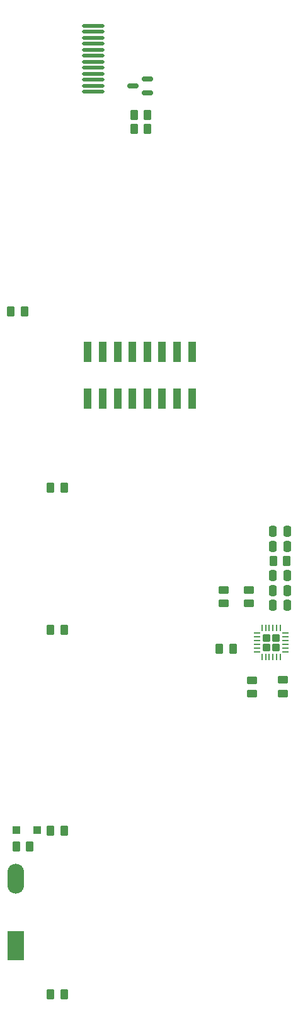
<source format=gbp>
%TF.GenerationSoftware,KiCad,Pcbnew,7.0.2*%
%TF.CreationDate,2023-05-22T14:24:39+07:00*%
%TF.ProjectId,ph_portable_refrigerator_display_hw_v2,70685f70-6f72-4746-9162-6c655f726566,rev?*%
%TF.SameCoordinates,Original*%
%TF.FileFunction,Paste,Bot*%
%TF.FilePolarity,Positive*%
%FSLAX46Y46*%
G04 Gerber Fmt 4.6, Leading zero omitted, Abs format (unit mm)*
G04 Created by KiCad (PCBNEW 7.0.2) date 2023-05-22 14:24:39*
%MOMM*%
%LPD*%
G01*
G04 APERTURE LIST*
G04 Aperture macros list*
%AMRoundRect*
0 Rectangle with rounded corners*
0 $1 Rounding radius*
0 $2 $3 $4 $5 $6 $7 $8 $9 X,Y pos of 4 corners*
0 Add a 4 corners polygon primitive as box body*
4,1,4,$2,$3,$4,$5,$6,$7,$8,$9,$2,$3,0*
0 Add four circle primitives for the rounded corners*
1,1,$1+$1,$2,$3*
1,1,$1+$1,$4,$5*
1,1,$1+$1,$6,$7*
1,1,$1+$1,$8,$9*
0 Add four rect primitives between the rounded corners*
20,1,$1+$1,$2,$3,$4,$5,0*
20,1,$1+$1,$4,$5,$6,$7,0*
20,1,$1+$1,$6,$7,$8,$9,0*
20,1,$1+$1,$8,$9,$2,$3,0*%
G04 Aperture macros list end*
%ADD10O,3.000000X0.500000*%
%ADD11R,2.224000X4.000000*%
%ADD12O,2.224000X4.000000*%
%ADD13RoundRect,0.250000X0.262500X0.450000X-0.262500X0.450000X-0.262500X-0.450000X0.262500X-0.450000X0*%
%ADD14RoundRect,0.250000X-0.250000X-0.475000X0.250000X-0.475000X0.250000X0.475000X-0.250000X0.475000X0*%
%ADD15RoundRect,0.250000X-0.275000X-0.275000X0.275000X-0.275000X0.275000X0.275000X-0.275000X0.275000X0*%
%ADD16RoundRect,0.062500X-0.350000X-0.062500X0.350000X-0.062500X0.350000X0.062500X-0.350000X0.062500X0*%
%ADD17RoundRect,0.062500X-0.062500X-0.350000X0.062500X-0.350000X0.062500X0.350000X-0.062500X0.350000X0*%
%ADD18RoundRect,0.250000X-0.262500X-0.450000X0.262500X-0.450000X0.262500X0.450000X-0.262500X0.450000X0*%
%ADD19RoundRect,0.250000X-0.450000X0.262500X-0.450000X-0.262500X0.450000X-0.262500X0.450000X0.262500X0*%
%ADD20RoundRect,0.250000X0.450000X-0.262500X0.450000X0.262500X-0.450000X0.262500X-0.450000X-0.262500X0*%
%ADD21RoundRect,0.150000X0.587500X0.150000X-0.587500X0.150000X-0.587500X-0.150000X0.587500X-0.150000X0*%
%ADD22RoundRect,0.250000X0.300000X0.300000X-0.300000X0.300000X-0.300000X-0.300000X0.300000X-0.300000X0*%
%ADD23RoundRect,0.250000X0.250000X0.475000X-0.250000X0.475000X-0.250000X-0.475000X0.250000X-0.475000X0*%
%ADD24R,1.000000X2.750000*%
G04 APERTURE END LIST*
D10*
%TO.C,J6*%
X50727500Y-49447500D03*
X50727500Y-48647500D03*
X50727500Y-47847500D03*
X50727500Y-47047500D03*
X50727500Y-46247500D03*
X50727500Y-45447500D03*
X50727500Y-44647500D03*
X50727500Y-43847500D03*
X50727500Y-43047500D03*
X50727500Y-42247500D03*
X50727500Y-41447500D03*
X50727500Y-40647500D03*
%TD*%
D11*
%TO.C,BZ1*%
X40330000Y-163936000D03*
D12*
X40330000Y-154936000D03*
%TD*%
D13*
%TO.C,R13*%
X76762500Y-112350000D03*
X74937500Y-112350000D03*
%TD*%
D14*
%TO.C,C2*%
X74900000Y-118250000D03*
X76800000Y-118250000D03*
%TD*%
D15*
%TO.C,U1*%
X74000000Y-122650000D03*
X74000000Y-123950000D03*
X75300000Y-122650000D03*
X75300000Y-123950000D03*
D16*
X72712500Y-124550000D03*
X72712500Y-124050000D03*
X72712500Y-123550000D03*
X72712500Y-123050000D03*
X72712500Y-122550000D03*
X72712500Y-122050000D03*
D17*
X73400000Y-121362500D03*
X73900000Y-121362500D03*
X74400000Y-121362500D03*
X74900000Y-121362500D03*
X75400000Y-121362500D03*
X75900000Y-121362500D03*
D16*
X76587500Y-122050000D03*
X76587500Y-122550000D03*
X76587500Y-123050000D03*
X76587500Y-123550000D03*
X76587500Y-124050000D03*
X76587500Y-124550000D03*
D17*
X75900000Y-125237500D03*
X75400000Y-125237500D03*
X74900000Y-125237500D03*
X74400000Y-125237500D03*
X73900000Y-125237500D03*
X73400000Y-125237500D03*
%TD*%
D18*
%TO.C,R7*%
X67687500Y-124150000D03*
X69512500Y-124150000D03*
%TD*%
D14*
%TO.C,C3*%
X74900000Y-114300000D03*
X76800000Y-114300000D03*
%TD*%
D19*
%TO.C,R8*%
X68300000Y-116237500D03*
X68300000Y-118062500D03*
%TD*%
D20*
%TO.C,R10*%
X76250000Y-130112500D03*
X76250000Y-128287500D03*
%TD*%
D18*
%TO.C,R2*%
X44987500Y-121550000D03*
X46812500Y-121550000D03*
%TD*%
D21*
%TO.C,Q1*%
X57987500Y-47725000D03*
X57987500Y-49625000D03*
X56112500Y-48675000D03*
%TD*%
D13*
%TO.C,R12*%
X58037500Y-52625000D03*
X56212500Y-52625000D03*
%TD*%
D22*
%TO.C,D6*%
X43200000Y-148450000D03*
X40400000Y-148450000D03*
%TD*%
D18*
%TO.C,R3*%
X44987500Y-102500000D03*
X46812500Y-102500000D03*
%TD*%
%TO.C,R4*%
X39675000Y-78950000D03*
X41500000Y-78950000D03*
%TD*%
D23*
%TO.C,C5*%
X76800000Y-110400000D03*
X74900000Y-110400000D03*
%TD*%
D14*
%TO.C,C1*%
X74900000Y-116300000D03*
X76800000Y-116300000D03*
%TD*%
D20*
%TO.C,R6*%
X72100000Y-130162500D03*
X72100000Y-128337500D03*
%TD*%
D18*
%TO.C,R1*%
X44987500Y-148500000D03*
X46812500Y-148500000D03*
%TD*%
D24*
%TO.C,J9*%
X50000000Y-90625000D03*
X50000000Y-84375000D03*
X52000000Y-90625000D03*
X52000000Y-84375000D03*
X54000000Y-90625000D03*
X54000000Y-84375000D03*
X56000000Y-90625000D03*
X56000000Y-84375000D03*
X58000000Y-90625000D03*
X58000000Y-84375000D03*
X60000000Y-90625000D03*
X60000000Y-84375000D03*
X62000000Y-90625000D03*
X62000000Y-84375000D03*
X64000000Y-90625000D03*
X64000000Y-84375000D03*
%TD*%
D19*
%TO.C,R9*%
X71650000Y-116237500D03*
X71650000Y-118062500D03*
%TD*%
D18*
%TO.C,R11*%
X56212500Y-54475000D03*
X58037500Y-54475000D03*
%TD*%
D23*
%TO.C,C4*%
X76800000Y-108400000D03*
X74900000Y-108400000D03*
%TD*%
D13*
%TO.C,R14*%
X42212500Y-150600000D03*
X40387500Y-150600000D03*
%TD*%
D18*
%TO.C,R5*%
X44987500Y-170450000D03*
X46812500Y-170450000D03*
%TD*%
M02*

</source>
